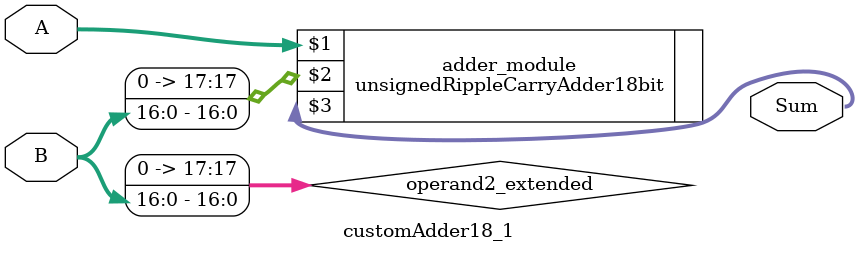
<source format=v>

module customAdder18_1(
                    input [17 : 0] A,
                    input [16 : 0] B,
                    
                    output [18 : 0] Sum
            );

    wire [17 : 0] operand2_extended;
    
    assign operand2_extended =  {1'b0, B};
    
    unsignedRippleCarryAdder18bit adder_module(
        A,
        operand2_extended,
        Sum
    );
    
endmodule
        
</source>
